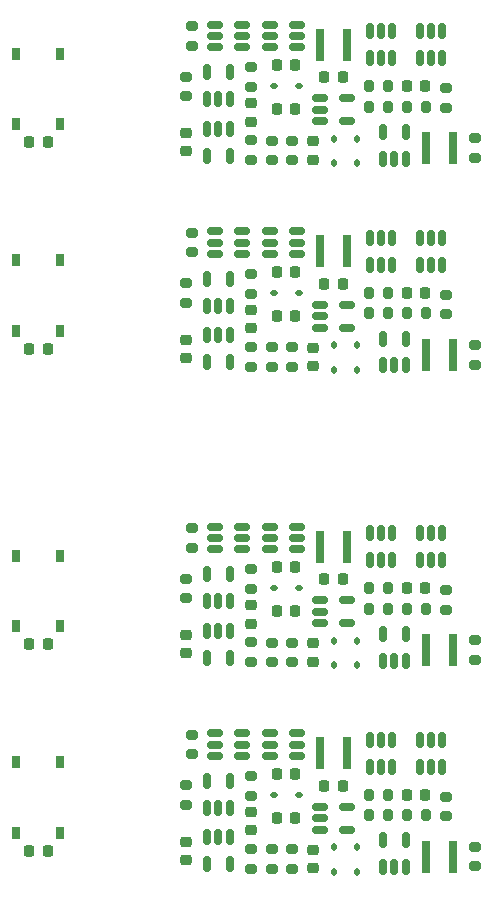
<source format=gtp>
G04 #@! TF.GenerationSoftware,KiCad,Pcbnew,8.0.1*
G04 #@! TF.CreationDate,2025-05-23T10:36:48+02:00*
G04 #@! TF.ProjectId,panel-4,70616e65-6c2d-4342-9e6b-696361645f70,F*
G04 #@! TF.SameCoordinates,Original*
G04 #@! TF.FileFunction,Paste,Top*
G04 #@! TF.FilePolarity,Positive*
%FSLAX46Y46*%
G04 Gerber Fmt 4.6, Leading zero omitted, Abs format (unit mm)*
G04 Created by KiCad (PCBNEW 8.0.1) date 2025-05-23 10:36:48*
%MOMM*%
%LPD*%
G01*
G04 APERTURE LIST*
G04 Aperture macros list*
%AMRoundRect*
0 Rectangle with rounded corners*
0 $1 Rounding radius*
0 $2 $3 $4 $5 $6 $7 $8 $9 X,Y pos of 4 corners*
0 Add a 4 corners polygon primitive as box body*
4,1,4,$2,$3,$4,$5,$6,$7,$8,$9,$2,$3,0*
0 Add four circle primitives for the rounded corners*
1,1,$1+$1,$2,$3*
1,1,$1+$1,$4,$5*
1,1,$1+$1,$6,$7*
1,1,$1+$1,$8,$9*
0 Add four rect primitives between the rounded corners*
20,1,$1+$1,$2,$3,$4,$5,0*
20,1,$1+$1,$4,$5,$6,$7,0*
20,1,$1+$1,$6,$7,$8,$9,0*
20,1,$1+$1,$8,$9,$2,$3,0*%
G04 Aperture macros list end*
%ADD10RoundRect,0.200000X-0.200000X-0.275000X0.200000X-0.275000X0.200000X0.275000X-0.200000X0.275000X0*%
%ADD11RoundRect,0.200000X0.200000X0.275000X-0.200000X0.275000X-0.200000X-0.275000X0.200000X-0.275000X0*%
%ADD12R,0.750000X1.000000*%
%ADD13RoundRect,0.200000X0.275000X-0.200000X0.275000X0.200000X-0.275000X0.200000X-0.275000X-0.200000X0*%
%ADD14RoundRect,0.112500X-0.112500X0.187500X-0.112500X-0.187500X0.112500X-0.187500X0.112500X0.187500X0*%
%ADD15RoundRect,0.150000X-0.150000X0.512500X-0.150000X-0.512500X0.150000X-0.512500X0.150000X0.512500X0*%
%ADD16RoundRect,0.112500X0.112500X-0.187500X0.112500X0.187500X-0.112500X0.187500X-0.112500X-0.187500X0*%
%ADD17RoundRect,0.150000X0.512500X0.150000X-0.512500X0.150000X-0.512500X-0.150000X0.512500X-0.150000X0*%
%ADD18RoundRect,0.225000X-0.225000X-0.250000X0.225000X-0.250000X0.225000X0.250000X-0.225000X0.250000X0*%
%ADD19RoundRect,0.150000X0.150000X-0.512500X0.150000X0.512500X-0.150000X0.512500X-0.150000X-0.512500X0*%
%ADD20RoundRect,0.200000X-0.275000X0.200000X-0.275000X-0.200000X0.275000X-0.200000X0.275000X0.200000X0*%
%ADD21RoundRect,0.225000X0.250000X-0.225000X0.250000X0.225000X-0.250000X0.225000X-0.250000X-0.225000X0*%
%ADD22RoundRect,0.225000X-0.250000X0.225000X-0.250000X-0.225000X0.250000X-0.225000X0.250000X0.225000X0*%
%ADD23RoundRect,0.218750X0.218750X0.256250X-0.218750X0.256250X-0.218750X-0.256250X0.218750X-0.256250X0*%
%ADD24RoundRect,0.225000X0.225000X0.250000X-0.225000X0.250000X-0.225000X-0.250000X0.225000X-0.250000X0*%
%ADD25RoundRect,0.112500X-0.187500X-0.112500X0.187500X-0.112500X0.187500X0.112500X-0.187500X0.112500X0*%
%ADD26R,0.800000X2.700000*%
%ADD27RoundRect,0.150000X-0.512500X-0.150000X0.512500X-0.150000X0.512500X0.150000X-0.512500X0.150000X0*%
G04 APERTURE END LIST*
D10*
G04 #@! TO.C,2-R4*
X53350000Y-56750000D03*
X55000000Y-56750000D03*
G04 #@! TD*
D11*
G04 #@! TO.C,3-R6*
X58200000Y-76000000D03*
X56550000Y-76000000D03*
G04 #@! TD*
D12*
G04 #@! TO.C,1-SW1*
X27250000Y-29000000D03*
X27250000Y-35000000D03*
X23500000Y-29000000D03*
X23500000Y-35000000D03*
G04 #@! TD*
D13*
G04 #@! TO.C,3-R9*
X43375000Y-74325000D03*
X43375000Y-72675000D03*
G04 #@! TD*
G04 #@! TO.C,3-R5*
X38375000Y-70825000D03*
X38375000Y-69175000D03*
G04 #@! TD*
D14*
G04 #@! TO.C,3-D3*
X52375000Y-78700000D03*
X52375000Y-80800000D03*
G04 #@! TD*
D15*
G04 #@! TO.C,1-U2*
X41575000Y-35362500D03*
X40625000Y-35362500D03*
X39675000Y-35362500D03*
X39675000Y-37637500D03*
X41575000Y-37637500D03*
G04 #@! TD*
G04 #@! TO.C,3-U2*
X41575000Y-77862500D03*
X40625000Y-77862500D03*
X39675000Y-77862500D03*
X39675000Y-80137500D03*
X41575000Y-80137500D03*
G04 #@! TD*
D13*
G04 #@! TO.C,1-R9*
X43375000Y-31825000D03*
X43375000Y-30175000D03*
G04 #@! TD*
G04 #@! TO.C,2-R9*
X43375000Y-56825000D03*
X43375000Y-55175000D03*
G04 #@! TD*
D16*
G04 #@! TO.C,2-D5*
X50375000Y-63300000D03*
X50375000Y-61200000D03*
G04 #@! TD*
D12*
G04 #@! TO.C,2-SW1*
X27250000Y-54000000D03*
X27250000Y-60000000D03*
X23500000Y-54000000D03*
X23500000Y-60000000D03*
G04 #@! TD*
D17*
G04 #@! TO.C,3-U5*
X42650000Y-70950000D03*
X42650000Y-70000000D03*
X42650000Y-69050000D03*
X40375000Y-69050000D03*
X40375000Y-70000000D03*
X40375000Y-70950000D03*
G04 #@! TD*
D18*
G04 #@! TO.C,2-C3*
X45600000Y-58700000D03*
X47150000Y-58700000D03*
G04 #@! TD*
D17*
G04 #@! TO.C,1-U5*
X42650000Y-28450000D03*
X42650000Y-27500000D03*
X42650000Y-26550000D03*
X40375000Y-26550000D03*
X40375000Y-27500000D03*
X40375000Y-28450000D03*
G04 #@! TD*
D15*
G04 #@! TO.C,0-U2*
X41575000Y-17862500D03*
X40625000Y-17862500D03*
X39675000Y-17862500D03*
X39675000Y-20137500D03*
X41575000Y-20137500D03*
G04 #@! TD*
D19*
G04 #@! TO.C,1-Q1*
X57675000Y-29387500D03*
X58625000Y-29387500D03*
X59575000Y-29387500D03*
X59575000Y-27112500D03*
X58625000Y-27112500D03*
X57675000Y-27112500D03*
G04 #@! TD*
D20*
G04 #@! TO.C,0-R10*
X62375000Y-18675000D03*
X62375000Y-20325000D03*
G04 #@! TD*
D13*
G04 #@! TO.C,1-R1*
X37875000Y-32600000D03*
X37875000Y-30950000D03*
G04 #@! TD*
D11*
G04 #@! TO.C,2-R3*
X55000000Y-58500000D03*
X53350000Y-58500000D03*
G04 #@! TD*
D15*
G04 #@! TO.C,3-U1*
X55325000Y-69612500D03*
X54375000Y-69612500D03*
X53425000Y-69612500D03*
X53425000Y-71887500D03*
X54375000Y-71887500D03*
X55325000Y-71887500D03*
G04 #@! TD*
D21*
G04 #@! TO.C,2-C6*
X43375000Y-59775000D03*
X43375000Y-58225000D03*
G04 #@! TD*
D13*
G04 #@! TO.C,0-R7*
X45125000Y-20525000D03*
X45125000Y-18875000D03*
G04 #@! TD*
D11*
G04 #@! TO.C,2-R6*
X58200000Y-58500000D03*
X56550000Y-58500000D03*
G04 #@! TD*
D22*
G04 #@! TO.C,1-C4*
X48625000Y-36425000D03*
X48625000Y-37975000D03*
G04 #@! TD*
D18*
G04 #@! TO.C,1-C1*
X56600000Y-31750000D03*
X58150000Y-31750000D03*
G04 #@! TD*
D21*
G04 #@! TO.C,3-C6*
X43375000Y-77275000D03*
X43375000Y-75725000D03*
G04 #@! TD*
D17*
G04 #@! TO.C,1-U4*
X47262500Y-28450000D03*
X47262500Y-27500000D03*
X47262500Y-26550000D03*
X44987500Y-26550000D03*
X44987500Y-27500000D03*
X44987500Y-28450000D03*
G04 #@! TD*
D23*
G04 #@! TO.C,0-D2*
X26162500Y-19000000D03*
X24587500Y-19000000D03*
G04 #@! TD*
D17*
G04 #@! TO.C,3-U4*
X47262500Y-70950000D03*
X47262500Y-70000000D03*
X47262500Y-69050000D03*
X44987500Y-69050000D03*
X44987500Y-70000000D03*
X44987500Y-70950000D03*
G04 #@! TD*
D22*
G04 #@! TO.C,3-C2*
X37875000Y-78225000D03*
X37875000Y-79775000D03*
G04 #@! TD*
D15*
G04 #@! TO.C,2-U1*
X55325000Y-52112500D03*
X54375000Y-52112500D03*
X53425000Y-52112500D03*
X53425000Y-54387500D03*
X54375000Y-54387500D03*
X55325000Y-54387500D03*
G04 #@! TD*
D13*
G04 #@! TO.C,2-R5*
X38375000Y-53325000D03*
X38375000Y-51675000D03*
G04 #@! TD*
G04 #@! TO.C,3-R2*
X43375000Y-80500000D03*
X43375000Y-78850000D03*
G04 #@! TD*
D10*
G04 #@! TO.C,0-R4*
X53350000Y-14250000D03*
X55000000Y-14250000D03*
G04 #@! TD*
D19*
G04 #@! TO.C,3-U6*
X54575000Y-80400000D03*
X55525000Y-80400000D03*
X56475000Y-80400000D03*
X56475000Y-78125000D03*
X54575000Y-78125000D03*
G04 #@! TD*
D13*
G04 #@! TO.C,2-R8*
X46875000Y-63025000D03*
X46875000Y-61375000D03*
G04 #@! TD*
D20*
G04 #@! TO.C,1-R10*
X62375000Y-36175000D03*
X62375000Y-37825000D03*
G04 #@! TD*
D17*
G04 #@! TO.C,2-U5*
X42650000Y-53450000D03*
X42650000Y-52500000D03*
X42650000Y-51550000D03*
X40375000Y-51550000D03*
X40375000Y-52500000D03*
X40375000Y-53450000D03*
G04 #@! TD*
D15*
G04 #@! TO.C,0-U1*
X55325000Y-9612500D03*
X54375000Y-9612500D03*
X53425000Y-9612500D03*
X53425000Y-11887500D03*
X54375000Y-11887500D03*
X55325000Y-11887500D03*
G04 #@! TD*
D19*
G04 #@! TO.C,0-U7*
X39675000Y-15337500D03*
X40625000Y-15337500D03*
X41575000Y-15337500D03*
X41575000Y-13062500D03*
X39675000Y-13062500D03*
G04 #@! TD*
D11*
G04 #@! TO.C,3-R3*
X55000000Y-76000000D03*
X53350000Y-76000000D03*
G04 #@! TD*
D13*
G04 #@! TO.C,1-R8*
X46875000Y-38025000D03*
X46875000Y-36375000D03*
G04 #@! TD*
D24*
G04 #@! TO.C,1-C5*
X51150000Y-31000000D03*
X49600000Y-31000000D03*
G04 #@! TD*
D18*
G04 #@! TO.C,2-C1*
X56600000Y-56750000D03*
X58150000Y-56750000D03*
G04 #@! TD*
D15*
G04 #@! TO.C,2-U2*
X41575000Y-60362500D03*
X40625000Y-60362500D03*
X39675000Y-60362500D03*
X39675000Y-62637500D03*
X41575000Y-62637500D03*
G04 #@! TD*
D11*
G04 #@! TO.C,1-R3*
X55000000Y-33500000D03*
X53350000Y-33500000D03*
G04 #@! TD*
D10*
G04 #@! TO.C,3-R4*
X53350000Y-74250000D03*
X55000000Y-74250000D03*
G04 #@! TD*
D25*
G04 #@! TO.C,1-D4*
X45325000Y-31750000D03*
X47425000Y-31750000D03*
G04 #@! TD*
D24*
G04 #@! TO.C,0-C5*
X51150000Y-13500000D03*
X49600000Y-13500000D03*
G04 #@! TD*
D25*
G04 #@! TO.C,3-D4*
X45325000Y-74250000D03*
X47425000Y-74250000D03*
G04 #@! TD*
D14*
G04 #@! TO.C,2-D3*
X52375000Y-61200000D03*
X52375000Y-63300000D03*
G04 #@! TD*
D26*
G04 #@! TO.C,3-L2*
X51525000Y-70750000D03*
X49225000Y-70750000D03*
G04 #@! TD*
D18*
G04 #@! TO.C,1-C3*
X45600000Y-33700000D03*
X47150000Y-33700000D03*
G04 #@! TD*
D12*
G04 #@! TO.C,0-SW1*
X27250000Y-11500000D03*
X27250000Y-17500000D03*
X23500000Y-11500000D03*
X23500000Y-17500000D03*
G04 #@! TD*
D19*
G04 #@! TO.C,2-U7*
X39675000Y-57837500D03*
X40625000Y-57837500D03*
X41575000Y-57837500D03*
X41575000Y-55562500D03*
X39675000Y-55562500D03*
G04 #@! TD*
D13*
G04 #@! TO.C,2-R11*
X59875000Y-58575000D03*
X59875000Y-56925000D03*
G04 #@! TD*
G04 #@! TO.C,3-R11*
X59875000Y-76075000D03*
X59875000Y-74425000D03*
G04 #@! TD*
D11*
G04 #@! TO.C,1-R6*
X58200000Y-33500000D03*
X56550000Y-33500000D03*
G04 #@! TD*
D14*
G04 #@! TO.C,0-D3*
X52375000Y-18700000D03*
X52375000Y-20800000D03*
G04 #@! TD*
D13*
G04 #@! TO.C,3-R8*
X46875000Y-80525000D03*
X46875000Y-78875000D03*
G04 #@! TD*
G04 #@! TO.C,1-R11*
X59875000Y-33575000D03*
X59875000Y-31925000D03*
G04 #@! TD*
D26*
G04 #@! TO.C,1-L2*
X51525000Y-28250000D03*
X49225000Y-28250000D03*
G04 #@! TD*
D13*
G04 #@! TO.C,3-R7*
X45125000Y-80525000D03*
X45125000Y-78875000D03*
G04 #@! TD*
D26*
G04 #@! TO.C,1-L1*
X60525000Y-37000000D03*
X58225000Y-37000000D03*
G04 #@! TD*
D13*
G04 #@! TO.C,0-R2*
X43375000Y-20500000D03*
X43375000Y-18850000D03*
G04 #@! TD*
G04 #@! TO.C,1-R5*
X38375000Y-28325000D03*
X38375000Y-26675000D03*
G04 #@! TD*
D11*
G04 #@! TO.C,0-R3*
X55000000Y-16000000D03*
X53350000Y-16000000D03*
G04 #@! TD*
D24*
G04 #@! TO.C,1-C7*
X47150000Y-30000000D03*
X45600000Y-30000000D03*
G04 #@! TD*
D23*
G04 #@! TO.C,3-D2*
X26162500Y-79000000D03*
X24587500Y-79000000D03*
G04 #@! TD*
D22*
G04 #@! TO.C,2-C2*
X37875000Y-60725000D03*
X37875000Y-62275000D03*
G04 #@! TD*
D16*
G04 #@! TO.C,1-D5*
X50375000Y-38300000D03*
X50375000Y-36200000D03*
G04 #@! TD*
D27*
G04 #@! TO.C,2-U3*
X49237500Y-57800000D03*
X49237500Y-58750000D03*
X49237500Y-59700000D03*
X51512500Y-59700000D03*
X51512500Y-57800000D03*
G04 #@! TD*
D13*
G04 #@! TO.C,1-R7*
X45125000Y-38025000D03*
X45125000Y-36375000D03*
G04 #@! TD*
D18*
G04 #@! TO.C,0-C3*
X45600000Y-16200000D03*
X47150000Y-16200000D03*
G04 #@! TD*
D21*
G04 #@! TO.C,1-C6*
X43375000Y-34775000D03*
X43375000Y-33225000D03*
G04 #@! TD*
D14*
G04 #@! TO.C,1-D3*
X52375000Y-36200000D03*
X52375000Y-38300000D03*
G04 #@! TD*
D13*
G04 #@! TO.C,3-R1*
X37875000Y-75100000D03*
X37875000Y-73450000D03*
G04 #@! TD*
D22*
G04 #@! TO.C,2-C4*
X48625000Y-61425000D03*
X48625000Y-62975000D03*
G04 #@! TD*
D26*
G04 #@! TO.C,0-L1*
X60525000Y-19500000D03*
X58225000Y-19500000D03*
G04 #@! TD*
D13*
G04 #@! TO.C,0-R8*
X46875000Y-20525000D03*
X46875000Y-18875000D03*
G04 #@! TD*
D27*
G04 #@! TO.C,1-U3*
X49237500Y-32800000D03*
X49237500Y-33750000D03*
X49237500Y-34700000D03*
X51512500Y-34700000D03*
X51512500Y-32800000D03*
G04 #@! TD*
D24*
G04 #@! TO.C,2-C7*
X47150000Y-55000000D03*
X45600000Y-55000000D03*
G04 #@! TD*
D13*
G04 #@! TO.C,1-R2*
X43375000Y-38000000D03*
X43375000Y-36350000D03*
G04 #@! TD*
D16*
G04 #@! TO.C,3-D5*
X50375000Y-80800000D03*
X50375000Y-78700000D03*
G04 #@! TD*
D20*
G04 #@! TO.C,3-R10*
X62375000Y-78675000D03*
X62375000Y-80325000D03*
G04 #@! TD*
D12*
G04 #@! TO.C,3-SW1*
X27250000Y-71500000D03*
X27250000Y-77500000D03*
X23500000Y-71500000D03*
X23500000Y-77500000D03*
G04 #@! TD*
D24*
G04 #@! TO.C,3-C7*
X47150000Y-72500000D03*
X45600000Y-72500000D03*
G04 #@! TD*
D22*
G04 #@! TO.C,1-C2*
X37875000Y-35725000D03*
X37875000Y-37275000D03*
G04 #@! TD*
D19*
G04 #@! TO.C,1-U6*
X54575000Y-37900000D03*
X55525000Y-37900000D03*
X56475000Y-37900000D03*
X56475000Y-35625000D03*
X54575000Y-35625000D03*
G04 #@! TD*
D13*
G04 #@! TO.C,2-R2*
X43375000Y-63000000D03*
X43375000Y-61350000D03*
G04 #@! TD*
G04 #@! TO.C,0-R11*
X59875000Y-16075000D03*
X59875000Y-14425000D03*
G04 #@! TD*
D26*
G04 #@! TO.C,3-L1*
X60525000Y-79500000D03*
X58225000Y-79500000D03*
G04 #@! TD*
D18*
G04 #@! TO.C,3-C1*
X56600000Y-74250000D03*
X58150000Y-74250000D03*
G04 #@! TD*
D19*
G04 #@! TO.C,3-U7*
X39675000Y-75337500D03*
X40625000Y-75337500D03*
X41575000Y-75337500D03*
X41575000Y-73062500D03*
X39675000Y-73062500D03*
G04 #@! TD*
D20*
G04 #@! TO.C,2-R10*
X62375000Y-61175000D03*
X62375000Y-62825000D03*
G04 #@! TD*
D13*
G04 #@! TO.C,0-R9*
X43375000Y-14325000D03*
X43375000Y-12675000D03*
G04 #@! TD*
D24*
G04 #@! TO.C,3-C5*
X51150000Y-73500000D03*
X49600000Y-73500000D03*
G04 #@! TD*
D26*
G04 #@! TO.C,2-L1*
X60525000Y-62000000D03*
X58225000Y-62000000D03*
G04 #@! TD*
D17*
G04 #@! TO.C,0-U5*
X42650000Y-10950000D03*
X42650000Y-10000000D03*
X42650000Y-9050000D03*
X40375000Y-9050000D03*
X40375000Y-10000000D03*
X40375000Y-10950000D03*
G04 #@! TD*
D25*
G04 #@! TO.C,0-D4*
X45325000Y-14250000D03*
X47425000Y-14250000D03*
G04 #@! TD*
D19*
G04 #@! TO.C,2-U6*
X54575000Y-62900000D03*
X55525000Y-62900000D03*
X56475000Y-62900000D03*
X56475000Y-60625000D03*
X54575000Y-60625000D03*
G04 #@! TD*
D11*
G04 #@! TO.C,0-R6*
X58200000Y-16000000D03*
X56550000Y-16000000D03*
G04 #@! TD*
D18*
G04 #@! TO.C,3-C3*
X45600000Y-76200000D03*
X47150000Y-76200000D03*
G04 #@! TD*
D26*
G04 #@! TO.C,0-L2*
X51525000Y-10750000D03*
X49225000Y-10750000D03*
G04 #@! TD*
D21*
G04 #@! TO.C,0-C6*
X43375000Y-17275000D03*
X43375000Y-15725000D03*
G04 #@! TD*
D19*
G04 #@! TO.C,0-U6*
X54575000Y-20400000D03*
X55525000Y-20400000D03*
X56475000Y-20400000D03*
X56475000Y-18125000D03*
X54575000Y-18125000D03*
G04 #@! TD*
D22*
G04 #@! TO.C,0-C4*
X48625000Y-18925000D03*
X48625000Y-20475000D03*
G04 #@! TD*
D13*
G04 #@! TO.C,2-R7*
X45125000Y-63025000D03*
X45125000Y-61375000D03*
G04 #@! TD*
D16*
G04 #@! TO.C,0-D5*
X50375000Y-20800000D03*
X50375000Y-18700000D03*
G04 #@! TD*
D27*
G04 #@! TO.C,3-U3*
X49237500Y-75300000D03*
X49237500Y-76250000D03*
X49237500Y-77200000D03*
X51512500Y-77200000D03*
X51512500Y-75300000D03*
G04 #@! TD*
D13*
G04 #@! TO.C,0-R5*
X38375000Y-10825000D03*
X38375000Y-9175000D03*
G04 #@! TD*
D17*
G04 #@! TO.C,2-U4*
X47262500Y-53450000D03*
X47262500Y-52500000D03*
X47262500Y-51550000D03*
X44987500Y-51550000D03*
X44987500Y-52500000D03*
X44987500Y-53450000D03*
G04 #@! TD*
D22*
G04 #@! TO.C,3-C4*
X48625000Y-78925000D03*
X48625000Y-80475000D03*
G04 #@! TD*
D15*
G04 #@! TO.C,1-U1*
X55325000Y-27112500D03*
X54375000Y-27112500D03*
X53425000Y-27112500D03*
X53425000Y-29387500D03*
X54375000Y-29387500D03*
X55325000Y-29387500D03*
G04 #@! TD*
D10*
G04 #@! TO.C,1-R4*
X53350000Y-31750000D03*
X55000000Y-31750000D03*
G04 #@! TD*
D19*
G04 #@! TO.C,0-Q1*
X57675000Y-11887500D03*
X58625000Y-11887500D03*
X59575000Y-11887500D03*
X59575000Y-9612500D03*
X58625000Y-9612500D03*
X57675000Y-9612500D03*
G04 #@! TD*
D26*
G04 #@! TO.C,2-L2*
X51525000Y-53250000D03*
X49225000Y-53250000D03*
G04 #@! TD*
D19*
G04 #@! TO.C,3-Q1*
X57675000Y-71887500D03*
X58625000Y-71887500D03*
X59575000Y-71887500D03*
X59575000Y-69612500D03*
X58625000Y-69612500D03*
X57675000Y-69612500D03*
G04 #@! TD*
D17*
G04 #@! TO.C,0-U4*
X47262500Y-10950000D03*
X47262500Y-10000000D03*
X47262500Y-9050000D03*
X44987500Y-9050000D03*
X44987500Y-10000000D03*
X44987500Y-10950000D03*
G04 #@! TD*
D13*
G04 #@! TO.C,2-R1*
X37875000Y-57600000D03*
X37875000Y-55950000D03*
G04 #@! TD*
D27*
G04 #@! TO.C,0-U3*
X49237500Y-15300000D03*
X49237500Y-16250000D03*
X49237500Y-17200000D03*
X51512500Y-17200000D03*
X51512500Y-15300000D03*
G04 #@! TD*
D25*
G04 #@! TO.C,2-D4*
X45325000Y-56750000D03*
X47425000Y-56750000D03*
G04 #@! TD*
D13*
G04 #@! TO.C,0-R1*
X37875000Y-15100000D03*
X37875000Y-13450000D03*
G04 #@! TD*
D22*
G04 #@! TO.C,0-C2*
X37875000Y-18225000D03*
X37875000Y-19775000D03*
G04 #@! TD*
D18*
G04 #@! TO.C,0-C1*
X56600000Y-14250000D03*
X58150000Y-14250000D03*
G04 #@! TD*
D23*
G04 #@! TO.C,2-D2*
X26162500Y-61500000D03*
X24587500Y-61500000D03*
G04 #@! TD*
D19*
G04 #@! TO.C,2-Q1*
X57675000Y-54387500D03*
X58625000Y-54387500D03*
X59575000Y-54387500D03*
X59575000Y-52112500D03*
X58625000Y-52112500D03*
X57675000Y-52112500D03*
G04 #@! TD*
G04 #@! TO.C,1-U7*
X39675000Y-32837500D03*
X40625000Y-32837500D03*
X41575000Y-32837500D03*
X41575000Y-30562500D03*
X39675000Y-30562500D03*
G04 #@! TD*
D24*
G04 #@! TO.C,2-C5*
X51150000Y-56000000D03*
X49600000Y-56000000D03*
G04 #@! TD*
G04 #@! TO.C,0-C7*
X47150000Y-12500000D03*
X45600000Y-12500000D03*
G04 #@! TD*
D23*
G04 #@! TO.C,1-D2*
X26162500Y-36500000D03*
X24587500Y-36500000D03*
G04 #@! TD*
M02*

</source>
